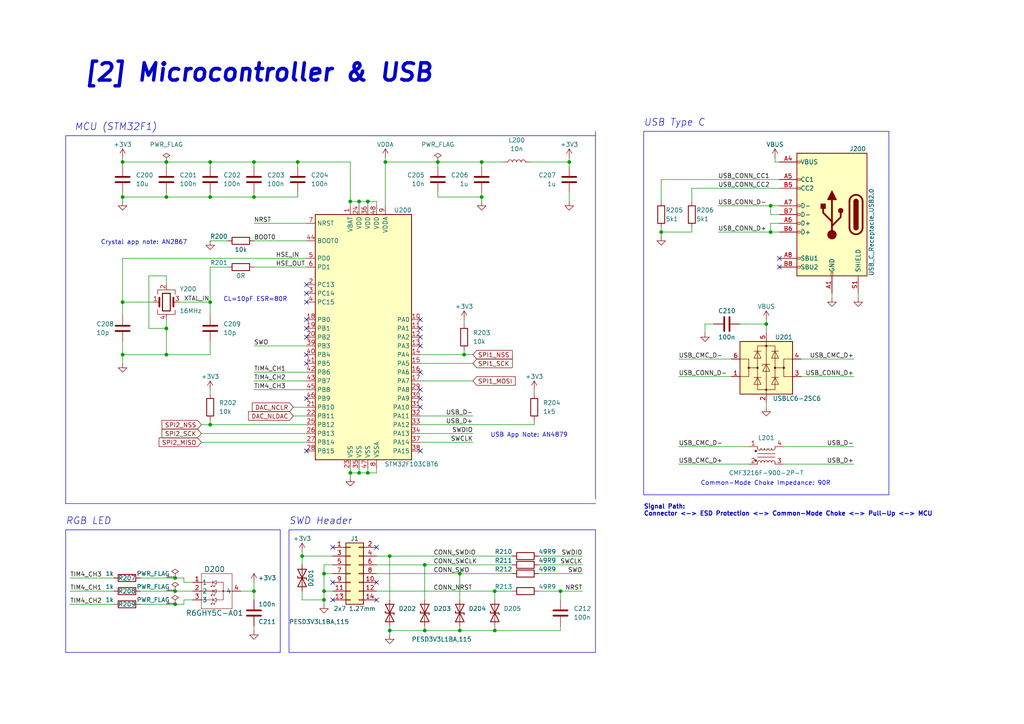
<source format=kicad_sch>
(kicad_sch (version 20230121) (generator eeschema)
  (paper "A4")
  (title_block (title "Mixed Signal PCB") (date "2024-04-14") (rev "1.0") (company "Ceyhun Pempeci"))
  (lib_symbols
    (symbol "+3V3_1" (power) (pin_names (offset 0))
      (property "Value" "+3V3_1" (at 0 3.556 0))
      (symbol "+3V3_1_1_1"
        (pin power_in line (at 0 0 90) (length 0) hide (name "+3V3") (number "1"))
      )
    )
    (symbol "+3V3_2" (power) (pin_names (offset 0))
      (property "Value" "+3V3_2" (at 0 3.556 0))
      (symbol "+3V3_2_1_1"
        (pin power_in line (at 0 0 90) (length 0) hide (name "+3V3") (number "1"))
      )
    )
    (symbol "+3V3_3" (power) (pin_names (offset 0))
      (property "Value" "+3V3_3" (at 0 3.556 0))
      (symbol "+3V3_3_1_1"
        (pin power_in line (at 0 0 90) (length 0) hide (name "+3V3") (number "1"))
      )
    )
    (symbol "+3V3_4" (power) (pin_names (offset 0))
      (property "Value" "+3V3_4" (at 0 3.556 0))
      (symbol "+3V3_4_1_1"
        (pin power_in line (at 0 0 90) (length 0) hide (name "+3V3") (number "1"))
      )
    )
    (symbol "+3V3_5" (power) (pin_names (offset 0))
      (property "Value" "+3V3_5" (at 0 3.556 0))
      (symbol "+3V3_5_1_1"
        (pin power_in line (at 0 0 90) (length 0) hide (name "+3V3") (number "1"))
      )
    )
    (symbol "+3V3_6" (power) (pin_names (offset 0))
      (property "Value" "+3V3_6" (at 0 3.556 0))
      (symbol "+3V3_6_1_1"
        (pin power_in line (at 0 0 90) (length 0) hide (name "+3V3") (number "1"))
      )
    )
    (symbol "Connector:USB_C_Receptacle_USB2.0" (pin_names (offset 1.016))
      (property "Reference" "J200" (at -5.08 19.05 0))
      (property "Value" "USB_C_Receptacle_USB2.0" (at -11.43 7.62 90))
      (symbol "USB_C_Receptacle_USB2.0_1_1"
        (pin power_out line (at 0 -22.86 90) (length 5.08) (name "GND") (number "A1"))
        (pin passive line (at 0 -22.86 90) (length 5.08) hide (name "GND") (number "A12"))
        (pin power_out line (at 15.24 15.24 180) (length 5.08) (name "VBUS") (number "A4"))
        (pin bidirectional line (at 15.24 10.16 180) (length 5.08) (name "CC1") (number "A5"))
        (pin bidirectional line (at 15.24 -2.54 180) (length 5.08) (name "D+") (number "A6"))
        (pin bidirectional line (at 15.24 2.54 180) (length 5.08) (name "D-") (number "A7"))
        (pin bidirectional line (at 15.24 -12.7 180) (length 5.08) (name "SBU1") (number "A8"))
        (pin passive line (at 15.24 15.24 180) (length 5.08) hide (name "VBUS") (number "A9"))
        (pin passive line (at 0 -22.86 90) (length 5.08) hide (name "GND") (number "B1"))
        (pin passive line (at 0 -22.86 90) (length 5.08) hide (name "GND") (number "B12"))
        (pin passive line (at 15.24 15.24 180) (length 5.08) hide (name "VBUS") (number "B4"))
        (pin bidirectional line (at 15.24 7.62 180) (length 5.08) (name "CC2") (number "B5"))
        (pin bidirectional line (at 15.24 -5.08 180) (length 5.08) (name "D+") (number "B6"))
        (pin bidirectional line (at 15.24 0 180) (length 5.08) (name "D-") (number "B7"))
        (pin bidirectional line (at 15.24 -15.24 180) (length 5.08) (name "SBU2") (number "B8"))
        (pin passive line (at 15.24 15.24 180) (length 5.08) hide (name "VBUS") (number "B9"))
        (pin passive line (at -7.62 -22.86 90) (length 5.08) (name "SHIELD") (number "S1"))
      )
    )
    (symbol "Connector_Generic:Conn_02x07_Odd_Even" (pin_names (offset 1.016) hide)
      (property "Reference" "J" (at 1.27 10.16 0))
      (property "Value" "Conn_02x07_Odd_Even" (at 1.27 -10.16 0))
      (symbol "Conn_02x07_Odd_Even_1_1"
        (pin passive line (at -5.08 7.62 0) (length 3.81) (name "Pin_1") (number "1"))
        (pin passive line (at 7.62 -2.54 180) (length 3.81) (name "Pin_10") (number "10"))
        (pin passive line (at -5.08 -5.08 0) (length 3.81) (name "Pin_11") (number "11"))
        (pin passive line (at 7.62 -5.08 180) (length 3.81) (name "Pin_12") (number "12"))
        (pin passive line (at -5.08 -7.62 0) (length 3.81) (name "Pin_13") (number "13"))
        (pin passive line (at 7.62 -7.62 180) (length 3.81) (name "Pin_14") (number "14"))
        (pin passive line (at 7.62 7.62 180) (length 3.81) (name "Pin_2") (number "2"))
        (pin passive line (at -5.08 5.08 0) (length 3.81) (name "Pin_3") (number "3"))
        (pin passive line (at 7.62 5.08 180) (length 3.81) (name "Pin_4") (number "4"))
        (pin passive line (at -5.08 2.54 0) (length 3.81) (name "Pin_5") (number "5"))
        (pin passive line (at 7.62 2.54 180) (length 3.81) (name "Pin_6") (number "6"))
        (pin passive line (at -5.08 0 0) (length 3.81) (name "Pin_7") (number "7"))
        (pin passive line (at 7.62 0 180) (length 3.81) (name "Pin_8") (number "8"))
        (pin passive line (at -5.08 -2.54 0) (length 3.81) (name "Pin_9") (number "9"))
      )
    )
    (symbol "Device:C" (pin_numbers hide) (pin_names (offset 0.254))
      (property "Reference" "C" (at 0.635 2.54 0))
      (property "Value" "C" (at 0.635 -2.54 0))
      (symbol "C_1_1"
        (pin passive line (at 0 3.81 270) (length 2.794) (name "~") (number "1"))
        (pin passive line (at 0 -3.81 90) (length 2.794) (name "~") (number "2"))
      )
    )
    (symbol "Device:Crystal_GND24" (pin_names (offset 1.016) hide)
      (property "Reference" "Y" (at 3.175 5.08 0))
      (property "Value" "Crystal_GND24" (at 3.175 3.175 0))
      (symbol "Crystal_GND24_1_1"
        (pin passive line (at -3.81 0 0) (length 1.27) (name "1") (number "1"))
        (pin passive line (at 0 5.08 270) (length 1.27) (name "2") (number "2"))
        (pin passive line (at 3.81 0 180) (length 1.27) (name "3") (number "3"))
        (pin passive line (at 0 -5.08 90) (length 1.27) (name "4") (number "4"))
      )
    )
    (symbol "Device:D_TVS" (pin_numbers hide) (pin_names (offset 1.016) hide)
      (property "Reference" "D" (at 0 2.54 0))
      (property "Value" "D_TVS" (at 0 -2.54 0))
      (symbol "D_TVS_1_1"
        (pin passive line (at -3.81 0 0) (length 2.54) (name "A1") (number "1"))
        (pin passive line (at 3.81 0 180) (length 2.54) (name "A2") (number "2"))
      )
    )
    (symbol "Device:EMI_Filter_LL_1423" (pin_names hide)
      (property "Reference" "FL" (at 0 4.445 0))
      (property "Value" "Device_EMI_Filter_LL_1423" (at 0 -4.445 0))
      (symbol "EMI_Filter_LL_1423_1_1"
        (pin passive line (at -5.08 -2.54 0) (length 2.54) (name "1") (number "1"))
        (pin passive line (at -5.08 2.54 0) (length 2.54) (name "2") (number "2"))
        (pin passive line (at 5.08 2.54 180) (length 2.54) (name "3") (number "3"))
        (pin passive line (at 5.08 -2.54 180) (length 2.54) (name "4") (number "4"))
      )
    )
    (symbol "Device:L" (pin_numbers hide) (pin_names (offset 1.016) hide)
      (property "Reference" "L" (at -1.27 0 90))
      (property "Value" "L" (at 1.905 0 90))
      (symbol "L_1_1"
        (pin passive line (at 0 3.81 270) (length 1.27) (name "1") (number "1"))
        (pin passive line (at 0 -3.81 90) (length 1.27) (name "2") (number "2"))
      )
    )
    (symbol "Device:R" (pin_numbers hide) (pin_names (offset 0))
      (property "Reference" "R" (at 2.032 0 90))
      (property "Value" "R" (at 0 0 90))
      (symbol "R_1_1"
        (pin passive line (at 0 3.81 270) (length 1.27) (name "~") (number "1"))
        (pin passive line (at 0 -3.81 90) (length 1.27) (name "~") (number "2"))
      )
    )
    (symbol "GND_1" (power) (pin_names (offset 0))
      (property "Value" "GND_1" (at 0 -3.81 0))
      (symbol "GND_1_1_1"
        (pin power_in line (at 0 0 270) (length 0) hide (name "GND") (number "1"))
      )
    )
    (symbol "GND_10" (power) (pin_names (offset 0))
      (property "Value" "GND_10" (at 0 -3.81 0))
      (symbol "GND_10_1_1"
        (pin power_in line (at 0 0 270) (length 0) hide (name "GND") (number "1"))
      )
    )
    (symbol "GND_11" (power) (pin_names (offset 0))
      (property "Value" "GND_11" (at 0 -3.81 0))
      (symbol "GND_11_1_1"
        (pin power_in line (at 0 0 270) (length 0) hide (name "GND") (number "1"))
      )
    )
    (symbol "GND_12" (power) (pin_names (offset 0))
      (property "Value" "GND_12" (at 0 -3.81 0))
      (symbol "GND_12_1_1"
        (pin power_in line (at 0 0 270) (length 0) hide (name "GND") (number "1"))
      )
    )
    (symbol "GND_2" (power) (pin_names (offset 0))
      (property "Value" "GND_2" (at 0 -3.81 0))
      (symbol "GND_2_1_1"
        (pin power_in line (at 0 0 270) (length 0) hide (name "GND") (number "1"))
      )
    )
    (symbol "GND_3" (power) (pin_names (offset 0))
      (property "Value" "GND_3" (at 0 -3.81 0))
      (symbol "GND_3_1_1"
        (pin power_in line (at 0 0 270) (length 0) hide (name "GND") (number "1"))
      )
    )
    (symbol "GND_4" (power) (pin_names (offset 0))
      (property "Value" "GND_4" (at 0 -3.81 0))
      (symbol "GND_4_1_1"
        (pin power_in line (at 0 0 270) (length 0) hide (name "GND") (number "1"))
      )
    )
    (symbol "GND_5" (power) (pin_names (offset 0))
      (property "Value" "GND_5" (at 0 -3.81 0))
      (symbol "GND_5_1_1"
        (pin power_in line (at 0 0 270) (length 0) hide (name "GND") (number "1"))
      )
    )
    (symbol "GND_6" (power) (pin_names (offset 0))
      (property "Value" "GND_6" (at 0 -3.81 0))
      (symbol "GND_6_1_1"
        (pin power_in line (at 0 0 270) (length 0) hide (name "GND") (number "1"))
      )
    )
    (symbol "GND_7" (power) (pin_names (offset 0))
      (property "Value" "GND_7" (at 0 -3.81 0))
      (symbol "GND_7_1_1"
        (pin power_in line (at 0 0 270) (length 0) hide (name "GND") (number "1"))
      )
    )
    (symbol "GND_8" (power) (pin_names (offset 0))
      (property "Value" "GND_8" (at 0 -3.81 0))
      (symbol "GND_8_1_1"
        (pin power_in line (at 0 0 270) (length 0) hide (name "GND") (number "1"))
      )
    )
    (symbol "GND_9" (power) (pin_names (offset 0))
      (property "Value" "GND_9" (at 0 -3.81 0))
      (symbol "GND_9_1_1"
        (pin power_in line (at 0 0 270) (length 0) hide (name "GND") (number "1"))
      )
    )
    (symbol "MCU_ST_STM32F1:STM32F103CBTx"
      (property "Reference" "U" (at -15.24 36.83 0))
      (property "Value" "STM32F103CBTx" (at 7.62 36.83 0))
      (symbol "STM32F103CBTx_1_1"
        (pin power_in line (at -5.08 38.1 270) (length 2.54) (name "VBAT") (number "1"))
        (pin bidirectional line (at 15.24 5.08 180) (length 2.54) (name "PA0") (number "10"))
        (pin bidirectional line (at 15.24 2.54 180) (length 2.54) (name "PA1") (number "11"))
        (pin bidirectional line (at 15.24 0 180) (length 2.54) (name "PA2") (number "12"))
        (pin bidirectional line (at 15.24 -2.54 180) (length 2.54) (name "PA3") (number "13"))
        (pin bidirectional line (at 15.24 -5.08 180) (length 2.54) (name "PA4") (number "14"))
        (pin bidirectional line (at 15.24 -7.62 180) (length 2.54) (name "PA5") (number "15"))
        (pin bidirectional line (at 15.24 -10.16 180) (length 2.54) (name "PA6") (number "16"))
        (pin bidirectional line (at 15.24 -12.7 180) (length 2.54) (name "PA7") (number "17"))
        (pin bidirectional line (at -17.78 5.08 0) (length 2.54) (name "PB0") (number "18"))
        (pin bidirectional line (at -17.78 2.54 0) (length 2.54) (name "PB1") (number "19"))
        (pin bidirectional line (at -17.78 15.24 0) (length 2.54) (name "PC13") (number "2"))
        (pin bidirectional line (at -17.78 0 0) (length 2.54) (name "PB2") (number "20"))
        (pin bidirectional line (at -17.78 -20.32 0) (length 2.54) (name "PB10") (number "21"))
        (pin bidirectional line (at -17.78 -22.86 0) (length 2.54) (name "PB11") (number "22"))
        (pin power_in line (at -5.08 -38.1 90) (length 2.54) (name "VSS") (number "23"))
        (pin power_in line (at -2.54 38.1 270) (length 2.54) (name "VDD") (number "24"))
        (pin bidirectional line (at -17.78 -25.4 0) (length 2.54) (name "PB12") (number "25"))
        (pin bidirectional line (at -17.78 -27.94 0) (length 2.54) (name "PB13") (number "26"))
        (pin bidirectional line (at -17.78 -30.48 0) (length 2.54) (name "PB14") (number "27"))
        (pin bidirectional line (at -17.78 -33.02 0) (length 2.54) (name "PB15") (number "28"))
        (pin bidirectional line (at 15.24 -15.24 180) (length 2.54) (name "PA8") (number "29"))
        (pin bidirectional line (at -17.78 12.7 0) (length 2.54) (name "PC14") (number "3"))
        (pin bidirectional line (at 15.24 -17.78 180) (length 2.54) (name "PA9") (number "30"))
        (pin bidirectional line (at 15.24 -20.32 180) (length 2.54) (name "PA10") (number "31"))
        (pin bidirectional line (at 15.24 -22.86 180) (length 2.54) (name "PA11") (number "32"))
        (pin bidirectional line (at 15.24 -25.4 180) (length 2.54) (name "PA12") (number "33"))
        (pin bidirectional line (at 15.24 -27.94 180) (length 2.54) (name "PA13") (number "34"))
        (pin power_in line (at -2.54 -38.1 90) (length 2.54) (name "VSS") (number "35"))
        (pin power_in line (at 0 38.1 270) (length 2.54) (name "VDD") (number "36"))
        (pin bidirectional line (at 15.24 -30.48 180) (length 2.54) (name "PA14") (number "37"))
        (pin bidirectional line (at 15.24 -33.02 180) (length 2.54) (name "PA15") (number "38"))
        (pin bidirectional line (at -17.78 -2.54 0) (length 2.54) (name "PB3") (number "39"))
        (pin bidirectional line (at -17.78 10.16 0) (length 2.54) (name "PC15") (number "4"))
        (pin bidirectional line (at -17.78 -5.08 0) (length 2.54) (name "PB4") (number "40"))
        (pin bidirectional line (at -17.78 -7.62 0) (length 2.54) (name "PB5") (number "41"))
        (pin bidirectional line (at -17.78 -10.16 0) (length 2.54) (name "PB6") (number "42"))
        (pin bidirectional line (at -17.78 -12.7 0) (length 2.54) (name "PB7") (number "43"))
        (pin input line (at -17.78 27.94 0) (length 2.54) (name "BOOT0") (number "44"))
        (pin bidirectional line (at -17.78 -15.24 0) (length 2.54) (name "PB8") (number "45"))
        (pin bidirectional line (at -17.78 -17.78 0) (length 2.54) (name "PB9") (number "46"))
        (pin power_in line (at 0 -38.1 90) (length 2.54) (name "VSS") (number "47"))
        (pin power_in line (at 2.54 38.1 270) (length 2.54) (name "VDD") (number "48"))
        (pin input line (at -17.78 22.86 0) (length 2.54) (name "PD0") (number "5"))
        (pin input line (at -17.78 20.32 0) (length 2.54) (name "PD1") (number "6"))
        (pin input line (at -17.78 33.02 0) (length 2.54) (name "NRST") (number "7"))
        (pin power_in line (at 2.54 -38.1 90) (length 2.54) (name "VSSA") (number "8"))
        (pin power_in line (at 5.08 38.1 270) (length 2.54) (name "VDDA") (number "9"))
      )
    )
    (symbol "Power_Protection:USBLC6-2SC6" (pin_names hide)
      (property "Reference" "U" (at 2.54 8.89 0))
      (property "Value" "USBLC6-2SC6" (at 2.54 -8.89 0))
      (symbol "USBLC6-2SC6_1_1"
        (pin passive line (at -10.16 -2.54 0) (length 2.54) (name "I/O1") (number "1"))
        (pin passive line (at 0 -10.16 90) (length 2.54) (name "GND") (number "2"))
        (pin passive line (at 10.16 -2.54 180) (length 2.54) (name "I/O2") (number "3"))
        (pin passive line (at 10.16 2.54 180) (length 2.54) (name "I/O2") (number "4"))
        (pin passive line (at 0 10.16 270) (length 2.54) (name "VBUS") (number "5"))
        (pin passive line (at -10.16 2.54 0) (length 2.54) (name "I/O1") (number "6"))
      )
    )
    (symbol "VBUS_1" (power) (pin_names (offset 0))
      (property "Value" "VBUS_1" (at 0 3.81 0))
      (symbol "VBUS_1_1_1"
        (pin power_in line (at 0 0 90) (length 0) hide (name "VBUS") (number "1"))
      )
    )
    (symbol "ceyhun:R6GHY5C-A01" (pin_names (offset 0.254))
      (property "Reference" "RGB-LED" (at 21.59 3.81 0))
      (property "Value" "R6GHY5C-A01" (at 21.59 -8.89 0))
      (symbol "R6GHY5C-A01_0_1"
        (pin passive line (at 27.94 -5.08 180) (length 2.54) (name "1") (number "1"))
        (pin passive line (at 27.94 -2.54 180) (length 2.54) (name "2") (number "2"))
        (pin passive line (at 27.94 0 180) (length 2.54) (name "3") (number "3"))
      )
      (symbol "R6GHY5C-A01_1_1"
        (pin passive line (at 13.97 -2.54 0) (length 2.54) (name "4") (number "4"))
      )
    )
    (symbol "power:+3V3" (power) (pin_names (offset 0))
      (property "Value" "+3V3" (at 0 3.556 0))
      (symbol "+3V3_1_1"
        (pin power_in line (at 0 0 90) (length 0) hide (name "+3V3") (number "1"))
      )
    )
    (symbol "power:GND" (power) (pin_names (offset 0))
      (property "Value" "GND" (at 0 -3.81 0))
      (symbol "GND_1_1"
        (pin power_in line (at 0 0 270) (length 0) hide (name "GND") (number "1"))
      )
    )
    (symbol "power:PWR_FLAG" (power) (pin_numbers hide) (pin_names (offset 0) hide)
      (property "Value" "PWR_FLAG" (at 0 3.81 0))
      (symbol "PWR_FLAG_0_0"
        (pin power_out line (at 0 0 90) (length 0) (name "pwr") (number "1"))
      )
    )
    (symbol "power:VBUS" (power) (pin_names (offset 0))
      (property "Value" "VBUS" (at 0 3.81 0))
      (symbol "VBUS_1_1"
        (pin power_in line (at 0 0 90) (length 0) hide (name "VBUS") (number "1"))
      )
    )
    (symbol "power:VDDA" (power) (pin_names (offset 0))
      (property "Value" "VDDA" (at 0 3.81 0))
      (symbol "VDDA_1_1"
        (pin power_in line (at 0 0 90) (length 0) hide (name "VDDA") (number "1"))
      )
    )
  )
  (junction (at 48.26 46.99))
  (junction (at 48.26 57.15))
  (junction (at 139.7 46.99))
  (junction (at 139.7 57.15))
  (junction (at 35.56 102.87))
  (junction (at 165.1 46.99))
  (junction (at 133.35 166.37))
  (junction (at 50.8 175.26))
  (junction (at 143.51 182.88))
  (junction (at 50.8 171.45))
  (junction (at 191.77 67.31))
  (junction (at 123.19 182.88))
  (junction (at 143.51 171.45))
  (junction (at 223.52 67.31))
  (junction (at 93.98 171.45))
  (junction (at 35.56 87.63))
  (junction (at 48.26 95.25))
  (junction (at 101.6 58.42))
  (junction (at 87.63 161.29))
  (junction (at 104.14 58.42))
  (junction (at 86.36 46.99))
  (junction (at 60.96 87.63))
  (junction (at 60.96 46.99))
  (junction (at 35.56 46.99))
  (junction (at 73.66 171.45))
  (junction (at 222.25 93.98))
  (junction (at 35.56 57.15))
  (junction (at 127 46.99))
  (junction (at 123.19 163.83))
  (junction (at 48.26 102.87))
  (junction (at 73.66 46.99))
  (junction (at 223.52 59.69))
  (junction (at 134.62 102.87))
  (junction (at 73.66 57.15))
  (junction (at 113.03 182.88))
  (junction (at 111.76 46.99))
  (junction (at 50.8 167.64))
  (junction (at 104.14 137.16))
  (junction (at 133.35 182.88))
  (junction (at 60.96 123.19))
  (junction (at 101.6 137.16))
  (junction (at 162.56 171.45))
  (junction (at 106.68 137.16))
  (junction (at 113.03 161.29))
  (junction (at 106.68 58.42))
  (junction (at 93.98 173.99))
  (junction (at 60.96 57.15))
  (junction (at 93.98 166.37))
  (no_connect (at 88.9 95.25))
  (no_connect (at 88.9 92.71))
  (no_connect (at 109.22 168.91))
  (no_connect (at 121.92 115.57))
  (no_connect (at 96.52 158.75))
  (no_connect (at 88.9 82.55))
  (no_connect (at 121.92 118.11))
  (no_connect (at 121.92 97.79))
  (no_connect (at 121.92 130.81))
  (no_connect (at 121.92 113.03))
  (no_connect (at 121.92 107.95))
  (no_connect (at 109.22 173.99))
  (no_connect (at 88.9 130.81))
  (no_connect (at 121.92 92.71))
  (no_connect (at 226.06 77.47))
  (no_connect (at 88.9 102.87))
  (no_connect (at 121.92 100.33))
  (no_connect (at 88.9 105.41))
  (no_connect (at 109.22 158.75))
  (no_connect (at 121.92 95.25))
  (no_connect (at 88.9 97.79))
  (no_connect (at 96.52 173.99))
  (no_connect (at 88.9 85.09))
  (no_connect (at 96.52 168.91))
  (no_connect (at 88.9 87.63))
  (no_connect (at 88.9 115.57))
  (no_connect (at 226.06 74.93))
  (wire (pts (xy 222.25 93.98) (xy 222.25 92.71)))
  (polyline (pts (xy 81.28 153.67) (xy 81.28 189.23)))
  (wire (pts (xy 86.36 57.15) (xy 86.36 55.88)))
  (wire (pts (xy 35.56 74.93) (xy 88.9 74.93)))
  (wire (pts (xy 93.98 173.99) (xy 87.63 173.99)))
  (wire (pts (xy 208.28 59.69) (xy 223.52 59.69)))
  (wire (pts (xy 222.25 118.11) (xy 222.25 116.84)))
  (wire (pts (xy 73.66 57.15) (xy 86.36 57.15)))
  (wire (pts (xy 162.56 181.61) (xy 162.56 182.88)))
  (wire (pts (xy 247.65 109.22) (xy 232.41 109.22)))
  (wire (pts (xy 191.77 68.58) (xy 191.77 67.31)))
  (wire (pts (xy 127 46.99) (xy 111.76 46.99)))
  (wire (pts (xy 104.14 58.42) (xy 106.68 58.42)))
  (wire (pts (xy 204.47 93.98) (xy 207.01 93.98)))
  (wire (pts (xy 143.51 182.88) (xy 143.51 181.61)))
  (wire (pts (xy 73.66 182.88) (xy 73.66 181.61)))
  (wire (pts (xy 139.7 48.26) (xy 139.7 46.99)))
  (wire (pts (xy 48.26 46.99) (xy 35.56 46.99)))
  (wire (pts (xy 133.35 182.88) (xy 143.51 182.88)))
  (wire (pts (xy 137.16 110.49) (xy 121.92 110.49)))
  (wire (pts (xy 224.79 45.72) (xy 224.79 46.99)))
  (wire (pts (xy 60.96 48.26) (xy 60.96 46.99)))
  (wire (pts (xy 48.26 95.25) (xy 48.26 102.87)))
  (wire (pts (xy 191.77 52.07) (xy 226.06 52.07)))
  (wire (pts (xy 73.66 55.88) (xy 73.66 57.15)))
  (wire (pts (xy 73.66 171.45) (xy 73.66 173.99)))
  (wire (pts (xy 200.66 67.31) (xy 200.66 66.04)))
  (wire (pts (xy 162.56 171.45) (xy 168.91 171.45)))
  (wire (pts (xy 87.63 160.02) (xy 87.63 161.29)))
  (wire (pts (xy 43.18 80.01) (xy 43.18 95.25)))
  (wire (pts (xy 139.7 55.88) (xy 139.7 57.15)))
  (wire (pts (xy 191.77 67.31) (xy 191.77 66.04)))
  (polyline (pts (xy 186.69 38.1) (xy 186.69 143.51)))
  (wire (pts (xy 123.19 173.99) (xy 123.19 163.83)))
  (wire (pts (xy 196.85 109.22) (xy 212.09 109.22)))
  (wire (pts (xy 55.88 168.91) (xy 53.34 168.91)))
  (wire (pts (xy 48.26 80.01) (xy 43.18 80.01)))
  (wire (pts (xy 96.52 171.45) (xy 93.98 171.45)))
  (polyline (pts (xy 172.72 153.67) (xy 83.82 153.67)))
  (wire (pts (xy 196.85 134.62) (xy 217.17 134.62)))
  (wire (pts (xy 156.21 163.83) (xy 168.91 163.83)))
  (wire (pts (xy 48.26 57.15) (xy 60.96 57.15)))
  (polyline (pts (xy 186.69 143.51) (xy 257.81 143.51)))
  (wire (pts (xy 33.02 175.26) (xy 20.32 175.26)))
  (wire (pts (xy 113.03 173.99) (xy 113.03 161.29)))
  (wire (pts (xy 223.52 67.31) (xy 208.28 67.31)))
  (wire (pts (xy 35.56 102.87) (xy 35.56 99.06)))
  (wire (pts (xy 60.96 121.92) (xy 60.96 123.19)))
  (wire (pts (xy 60.96 102.87) (xy 60.96 99.06)))
  (wire (pts (xy 165.1 45.72) (xy 165.1 46.99)))
  (wire (pts (xy 113.03 184.15) (xy 113.03 182.88)))
  (wire (pts (xy 137.16 125.73) (xy 121.92 125.73)))
  (polyline (pts (xy 172.72 189.23) (xy 172.72 153.67)))
  (wire (pts (xy 60.96 57.15) (xy 73.66 57.15)))
  (wire (pts (xy 196.85 104.14) (xy 212.09 104.14)))
  (wire (pts (xy 53.34 173.99) (xy 53.34 175.26)))
  (wire (pts (xy 162.56 173.99) (xy 162.56 171.45)))
  (polyline (pts (xy 83.82 153.67) (xy 83.82 189.23)))
  (wire (pts (xy 214.63 93.98) (xy 222.25 93.98)))
  (wire (pts (xy 35.56 46.99) (xy 35.56 48.26)))
  (wire (pts (xy 50.8 171.45) (xy 40.64 171.45)))
  (wire (pts (xy 154.94 123.19) (xy 154.94 121.92)))
  (wire (pts (xy 247.65 134.62) (xy 227.33 134.62)))
  (wire (pts (xy 33.02 167.64) (xy 20.32 167.64)))
  (wire (pts (xy 109.22 161.29) (xy 113.03 161.29)))
  (polyline (pts (xy 186.69 38.1) (xy 257.81 38.1)))
  (wire (pts (xy 247.65 104.14) (xy 232.41 104.14)))
  (wire (pts (xy 121.92 120.65) (xy 137.16 120.65)))
  (wire (pts (xy 73.66 110.49) (xy 88.9 110.49)))
  (wire (pts (xy 58.42 128.27) (xy 88.9 128.27)))
  (wire (pts (xy 109.22 163.83) (xy 123.19 163.83)))
  (wire (pts (xy 223.52 59.69) (xy 226.06 59.69)))
  (wire (pts (xy 154.94 123.19) (xy 121.92 123.19)))
  (wire (pts (xy 48.26 92.71) (xy 48.26 95.25)))
  (wire (pts (xy 109.22 166.37) (xy 133.35 166.37)))
  (polyline (pts (xy 172.72 38.1) (xy 172.72 144.78)))
  (polyline (pts (xy 19.05 153.67) (xy 81.28 153.67)))
  (wire (pts (xy 247.65 129.54) (xy 227.33 129.54)))
  (wire (pts (xy 86.36 48.26) (xy 86.36 46.99)))
  (wire (pts (xy 113.03 161.29) (xy 148.59 161.29)))
  (wire (pts (xy 123.19 181.61) (xy 123.19 182.88)))
  (wire (pts (xy 55.88 173.99) (xy 53.34 173.99)))
  (wire (pts (xy 165.1 55.88) (xy 165.1 58.42)))
  (wire (pts (xy 143.51 173.99) (xy 143.51 171.45)))
  (wire (pts (xy 43.18 95.25) (xy 48.26 95.25)))
  (wire (pts (xy 226.06 64.77) (xy 223.52 64.77)))
  (wire (pts (xy 133.35 181.61) (xy 133.35 182.88)))
  (wire (pts (xy 35.56 58.42) (xy 35.56 57.15)))
  (polyline (pts (xy 19.05 146.05) (xy 172.72 146.05)))
  (polyline (pts (xy 257.81 38.1) (xy 257.81 143.51)))
  (wire (pts (xy 168.91 161.29) (xy 156.21 161.29)))
  (wire (pts (xy 60.96 46.99) (xy 48.26 46.99)))
  (wire (pts (xy 60.96 123.19) (xy 88.9 123.19)))
  (wire (pts (xy 154.94 113.03) (xy 154.94 114.3)))
  (wire (pts (xy 35.56 102.87) (xy 48.26 102.87)))
  (wire (pts (xy 101.6 58.42) (xy 104.14 58.42)))
  (wire (pts (xy 123.19 182.88) (xy 133.35 182.88)))
  (wire (pts (xy 86.36 46.99) (xy 73.66 46.99)))
  (wire (pts (xy 224.79 46.99) (xy 226.06 46.99)))
  (wire (pts (xy 200.66 58.42) (xy 200.66 54.61)))
  (wire (pts (xy 58.42 123.19) (xy 60.96 123.19)))
  (wire (pts (xy 35.56 105.41) (xy 35.56 102.87)))
  (wire (pts (xy 134.62 102.87) (xy 137.16 102.87)))
  (wire (pts (xy 127 48.26) (xy 127 46.99)))
  (wire (pts (xy 35.56 87.63) (xy 44.45 87.63)))
  (wire (pts (xy 40.64 175.26) (xy 50.8 175.26)))
  (wire (pts (xy 146.05 46.99) (xy 139.7 46.99)))
  (wire (pts (xy 127 46.99) (xy 139.7 46.99)))
  (wire (pts (xy 106.68 58.42) (xy 109.22 58.42)))
  (wire (pts (xy 204.47 96.52) (xy 204.47 93.98)))
  (wire (pts (xy 134.62 101.6) (xy 134.62 102.87)))
  (wire (pts (xy 104.14 59.69) (xy 104.14 58.42)))
  (wire (pts (xy 35.56 46.99) (xy 35.56 45.72)))
  (wire (pts (xy 153.67 46.99) (xy 165.1 46.99)))
  (wire (pts (xy 101.6 46.99) (xy 101.6 58.42)))
  (wire (pts (xy 241.3 86.36) (xy 241.3 85.09)))
  (wire (pts (xy 223.52 62.23) (xy 223.52 59.69)))
  (wire (pts (xy 133.35 166.37) (xy 148.59 166.37)))
  (wire (pts (xy 93.98 166.37) (xy 93.98 163.83)))
  (wire (pts (xy 123.19 163.83) (xy 148.59 163.83)))
  (wire (pts (xy 48.26 55.88) (xy 48.26 57.15)))
  (wire (pts (xy 60.96 91.44) (xy 60.96 87.63)))
  (wire (pts (xy 48.26 102.87) (xy 60.96 102.87)))
  (wire (pts (xy 104.14 137.16) (xy 106.68 137.16)))
  (wire (pts (xy 101.6 138.43) (xy 101.6 137.16)))
  (wire (pts (xy 88.9 113.03) (xy 73.66 113.03)))
  (polyline (pts (xy 19.05 189.23) (xy 19.05 153.67)))
  (wire (pts (xy 223.52 67.31) (xy 226.06 67.31)))
  (polyline (pts (xy 19.05 39.37) (xy 172.72 39.37)))
  (wire (pts (xy 127 57.15) (xy 127 55.88)))
  (wire (pts (xy 35.56 57.15) (xy 48.26 57.15)))
  (wire (pts (xy 101.6 137.16) (xy 101.6 135.89)))
  (wire (pts (xy 191.77 58.42) (xy 191.77 52.07)))
  (wire (pts (xy 109.22 137.16) (xy 109.22 135.89)))
  (wire (pts (xy 85.09 118.11) (xy 88.9 118.11)))
  (wire (pts (xy 156.21 171.45) (xy 162.56 171.45)))
  (wire (pts (xy 109.22 171.45) (xy 143.51 171.45)))
  (wire (pts (xy 226.06 62.23) (xy 223.52 62.23)))
  (wire (pts (xy 40.64 167.64) (xy 50.8 167.64)))
  (wire (pts (xy 60.96 87.63) (xy 52.07 87.63)))
  (wire (pts (xy 73.66 168.91) (xy 73.66 171.45)))
  (wire (pts (xy 106.68 137.16) (xy 109.22 137.16)))
  (wire (pts (xy 73.66 48.26) (xy 73.66 46.99)))
  (polyline (pts (xy 19.05 39.37) (xy 19.05 146.05)))
  (wire (pts (xy 104.14 135.89) (xy 104.14 137.16)))
  (wire (pts (xy 73.66 64.77) (xy 88.9 64.77)))
  (wire (pts (xy 101.6 137.16) (xy 104.14 137.16)))
  (wire (pts (xy 106.68 59.69) (xy 106.68 58.42)))
  (polyline (pts (xy 19.05 189.23) (xy 81.28 189.23)))
  (wire (pts (xy 87.63 173.99) (xy 87.63 171.45)))
  (wire (pts (xy 121.92 102.87) (xy 134.62 102.87)))
  (wire (pts (xy 66.04 77.47) (xy 60.96 77.47)))
  (wire (pts (xy 48.26 82.55) (xy 48.26 80.01)))
  (wire (pts (xy 137.16 128.27) (xy 121.92 128.27)))
  (wire (pts (xy 133.35 173.99) (xy 133.35 166.37)))
  (wire (pts (xy 50.8 175.26) (xy 53.34 175.26)))
  (wire (pts (xy 93.98 173.99) (xy 93.98 175.26)))
  (wire (pts (xy 113.03 182.88) (xy 123.19 182.88)))
  (wire (pts (xy 191.77 67.31) (xy 200.66 67.31)))
  (wire (pts (xy 35.56 74.93) (xy 35.56 87.63)))
  (wire (pts (xy 73.66 77.47) (xy 88.9 77.47)))
  (wire (pts (xy 165.1 46.99) (xy 165.1 48.26)))
  (wire (pts (xy 93.98 171.45) (xy 93.98 173.99)))
  (wire (pts (xy 143.51 182.88) (xy 162.56 182.88)))
  (wire (pts (xy 96.52 161.29) (xy 87.63 161.29)))
  (wire (pts (xy 60.96 113.03) (xy 60.96 114.3)))
  (wire (pts (xy 109.22 59.69) (xy 109.22 58.42)))
  (wire (pts (xy 113.03 182.88) (xy 113.03 181.61)))
  (wire (pts (xy 87.63 161.29) (xy 87.63 163.83)))
  (wire (pts (xy 53.34 168.91) (xy 53.34 167.64)))
  (wire (pts (xy 222.25 93.98) (xy 222.25 96.52)))
  (wire (pts (xy 58.42 125.73) (xy 88.9 125.73)))
  (wire (pts (xy 200.66 54.61) (xy 226.06 54.61)))
  (wire (pts (xy 121.92 105.41) (xy 137.16 105.41)))
  (wire (pts (xy 60.96 77.47) (xy 60.96 87.63)))
  (wire (pts (xy 73.66 100.33) (xy 88.9 100.33)))
  (wire (pts (xy 48.26 48.26) (xy 48.26 46.99)))
  (wire (pts (xy 69.85 171.45) (xy 73.66 171.45)))
  (wire (pts (xy 50.8 171.45) (xy 55.88 171.45)))
  (wire (pts (xy 20.32 171.45) (xy 33.02 171.45)))
  (wire (pts (xy 101.6 58.42) (xy 101.6 59.69)))
  (wire (pts (xy 106.68 135.89) (xy 106.68 137.16)))
  (wire (pts (xy 60.96 69.85) (xy 66.04 69.85)))
  (wire (pts (xy 35.56 91.44) (xy 35.56 87.63)))
  (wire (pts (xy 96.52 166.37) (xy 93.98 166.37)))
  (wire (pts (xy 73.66 69.85) (xy 88.9 69.85)))
  (wire (pts (xy 60.96 55.88) (xy 60.96 57.15)))
  (wire (pts (xy 111.76 45.72) (xy 111.76 46.99)))
  (wire (pts (xy 86.36 46.99) (xy 101.6 46.99)))
  (wire (pts (xy 223.52 64.77) (xy 223.52 67.31)))
  (wire (pts (xy 111.76 46.99) (xy 111.76 59.69)))
  (wire (pts (xy 168.91 166.37) (xy 156.21 166.37)))
  (wire (pts (xy 88.9 107.95) (xy 73.66 107.95)))
  (wire (pts (xy 93.98 171.45) (xy 93.98 166.37)))
  (wire (pts (xy 143.51 171.45) (xy 148.59 171.45)))
  (wire (pts (xy 35.56 57.15) (xy 35.56 55.88)))
  (wire (pts (xy 85.09 120.65) (xy 88.9 120.65)))
  (wire (pts (xy 139.7 58.42) (xy 139.7 57.15)))
  (wire (pts (xy 53.34 167.64) (xy 50.8 167.64)))
  (wire (pts (xy 73.66 46.99) (xy 60.96 46.99)))
  (wire (pts (xy 196.85 129.54) (xy 217.17 129.54)))
  (wire (pts (xy 248.92 86.36) (xy 248.92 85.09)))
  (wire (pts (xy 134.62 92.71) (xy 134.62 93.98)))
  (polyline (pts (xy 83.82 189.23) (xy 172.72 189.23)))
  (wire (pts (xy 93.98 163.83) (xy 96.52 163.83)))
  (wire (pts (xy 139.7 57.15) (xy 127 57.15)))
  (text "Signal Path:\nConnector <-> ESD Protection <-> Common-Mode Choke <-> Pull-Up <-> MCU\n" (at 186.69 149.86 0) (effects (font (size 1.27 1.27) (thickness 0.254) bold) (justify left bottom)))
  (text "RGB LED" (at 19.05 152.4 0) (effects (font (size 2.0066 2.0066) italic) (justify left bottom)))
  (text "Crystal app note: AN2867" (at 29.21 71.12 0) (effects (font (size 1.27 1.27)) (justify left bottom)))
  (text "SWD Header" (at 83.82 152.4 0) (effects (font (size 2.0066 2.0066) italic) (justify left bottom)))
  (text "USB App Note: AN4879" (at 142.24 127 0) (effects (font (size 1.27 1.27)) (justify left bottom)))
  (text "Common-Mode Choke Impedance: 90R" (at 203.2 140.97 0) (effects (font (size 1.27 1.27)) (justify left bottom)))
  (text "[2] Microcontroller & USB" (at 24.13 24.13 0) (effects (font (size 5.0038 5.0038) (thickness 1.0008) bold italic) (justify left bottom)))
  (text "CL=10pF ESR=80R" (at 64.77 87.63 0) (effects (font (size 1.27 1.27)) (justify left bottom)))
  (text "MCU (STM32F1)" (at 21.59 38.1 0) (effects (font (size 2.0066 2.0066) italic) (justify left bottom)))
  (text "USB Type C" (at 186.69 36.83 0) (effects (font (size 2.0066 2.0066) italic) (justify left bottom)))
  (label "USB_CONN_CC1" (at 208.28 52.07 0))
  (label "TIM4_CH2" (at 20.32 175.26 0))
  (label "HSE_IN" (at 80.01 74.93 0))
  (label "USB_D-" (at 247.65 129.54 180))
  (label "SWDIO" (at 137.16 125.73 180))
  (label "USB_CONN_D-" (at 196.85 109.22 0))
  (label "SWCLK" (at 137.16 128.27 180))
  (label "BOOT0" (at 73.66 69.85 0))
  (label "USB_D+" (at 137.16 123.19 180))
  (label "USB_CONN_CC2" (at 208.28 54.61 0))
  (label "USB_CMC_D-" (at 196.85 104.14 0))
  (label "SWCLK" (at 168.91 163.83 180))
  (label "TIM4_CH2" (at 73.66 110.49 0))
  (label "USB_D-" (at 137.16 120.65 180))
  (label "TIM4_CH1" (at 73.66 107.95 0))
  (label "USB_CONN_D+" (at 208.28 67.31 0))
  (label "TIM4_CH3" (at 20.32 167.64 0))
  (label "TIM4_CH1" (at 20.32 171.45 0))
  (label "CONN_NRST" (at 125.73 171.45 0))
  (label "XTAL_IN" (at 53.34 87.63 0))
  (label "USB_CMC_D-" (at 196.85 129.54 0))
  (label "USB_CONN_D-" (at 208.28 59.69 0))
  (label "HSE_OUT" (at 80.01 77.47 0))
  (label "SWDIO" (at 168.91 161.29 180))
  (label "USB_D+" (at 247.65 134.62 180))
  (label "SWO" (at 73.66 100.33 0))
  (label "CONN_SWCLK" (at 125.73 163.83 0))
  (label "NRST" (at 73.66 64.77 0))
  (label "USB_CMC_D+" (at 247.65 104.14 180))
  (label "LED_Y_K" (at 48.26 175.26 0) (effects (font (size 0.3302 0.3302))))
  (label "USB_CONN_D+" (at 247.65 109.22 180))
  (label "TIM4_CH3" (at 73.66 113.03 0))
  (label "USB_CMC_D+" (at 196.85 134.62 0))
  (label "SWO" (at 168.91 166.37 180))
  (label "LED_R_K" (at 48.26 167.64 0) (effects (font (size 0.3302 0.3302))))
  (label "CONN_SWO" (at 125.73 166.37 0))
  (label "LED_G_K" (at 48.26 171.45 0) (effects (font (size 0.3302 0.3302))))
  (label "NRST" (at 168.91 171.45 180))
  (label "CONN_SWDIO" (at 125.73 161.29 0))
  (global_label "DAC_NCLR" (shape input) (at 85.09 118.11 180) (property "Intersheetrefs" "${INTERSHEET_REFS}" (effects hide)))
  (global_label "SPI1_MOSI" (shape input) (at 137.16 110.49 0) (property "Intersheetrefs" "${INTERSHEET_REFS}" (effects hide)))
  (global_label "SPI2_NSS" (shape input) (at 58.42 123.19 180) (property "Intersheetrefs" "${INTERSHEET_REFS}" (effects hide)))
  (global_label "SPI1_SCK" (shape input) (at 137.16 105.41 0) (property "Intersheetrefs" "${INTERSHEET_REFS}" (effects hide)))
  (global_label "SPI1_NSS" (shape input) (at 137.16 102.87 0) (property "Intersheetrefs" "${INTERSHEET_REFS}" (effects hide)))
  (global_label "DAC_NLDAC" (shape input) (at 85.09 120.65 180) (property "Intersheetrefs" "${INTERSHEET_REFS}" (effects hide)))
  (global_label "SPI2_MISO" (shape input) (at 58.42 128.27 180) (property "Intersheetrefs" "${INTERSHEET_REFS}" (effects hide)))
  (global_label "SPI2_SCK" (shape input) (at 58.42 125.73 180) (property "Intersheetrefs" "${INTERSHEET_REFS}" (effects hide)))
  (symbol (lib_id "power:+3V3") (at 35.56 45.72 0) (unit 1)
    (property "Reference" "#PWR017" (effects hide))
    (property "Value" "+3V3" (at 35.56 41.91 0))
  )
  (symbol (lib_id "Device:Crystal_GND24") (at 48.26 87.63 0) (unit 1)
    (property "Reference" "Y200" (at 52.07 83.82 0) (effects (justify left)))
    (property "Value" "16MHz" (at 52.07 90.17 0) (effects (justify left)))
    (property "Footprint" "Crystal:Crystal_SMD_3225-4Pin_3.2x2.5mm" (effects hide))
    (property "LCSC" "C13738" (effects hide))
  )
  (symbol (lib_id "Device:R") (at 69.85 77.47 270) (unit 1)
    (property "Reference" "R201" (at 63.5 76.2 90))
    (property "Value" "0R" (at 69.85 80.01 90))
    (property "Footprint" "Resistor_SMD:R_0402_1005Metric" (effects hide))
    (property "LCSC" "C17168" (effects hide))
  )
  (symbol (lib_id "Device:C") (at 60.96 95.25 0) (unit 1)
    (property "Reference" "C209" (at 64.77 93.98 0) (effects (justify left)))
    (property "Value" "10p" (at 64.77 96.52 0) (effects (justify left)))
    (property "Footprint" "Capacitor_SMD:C_0402_1005Metric" (effects hide))
    (property "LCSC" "C32949" (effects hide))
  )
  (symbol (lib_id "Device:C") (at 35.56 95.25 0) (unit 1)
    (property "Reference" "C208" (at 27.94 93.98 0) (effects (justify left)))
    (property "Value" "10p" (at 27.94 96.52 0) (effects (justify left)))
    (property "Footprint" "Capacitor_SMD:C_0402_1005Metric" (effects hide))
    (property "LCSC" "C32949" (effects hide))
  )
  (symbol (lib_id "power:GND") (at 35.56 105.41 0) (unit 1)
    (property "Reference" "#PWR030" (effects hide))
    (property "Value" "GND" (effects hide))
  )
  (symbol (lib_id "Device:C") (at 86.36 52.07 0) (unit 1)
    (property "Reference" "C204" (at 90.17 50.8 0) (effects (justify left)))
    (property "Value" "100n" (at 90.17 53.34 0) (effects (justify left)))
    (property "Footprint" "Capacitor_SMD:C_0402_1005Metric" (effects hide))
    (property "LCSC" "C1525" (effects hide))
  )
  (symbol (lib_name "GND_12") (lib_id "power:GND") (at 35.56 58.42 0) (unit 1)
    (property "Reference" "#PWR021" (effects hide))
    (property "Value" "GND" (effects hide))
  )
  (symbol (lib_id "MCU_ST_STM32F1:STM32F103CBTx") (at 106.68 97.79 0) (unit 1)
    (property "Reference" "U200" (at 116.84 60.96 0))
    (property "Value" "STM32F103CBT6" (at 119.38 134.62 0))
    (property "Footprint" "Package_QFP:LQFP-48_7x7mm_P0.5mm" (effects hide))
    (property "Datasheet" "http://www.st.com/st-web-ui/static/active/en/resource/technical/document/datasheet/CD00161566.pdf" (effects hide))
    (property "LCSC" "C8304" (effects hide))
  )
  (symbol (lib_id "Device:C") (at 73.66 52.07 0) (unit 1)
    (property "Reference" "C203" (at 77.47 50.8 0) (effects (justify left)))
    (property "Value" "100n" (at 77.47 53.34 0) (effects (justify left)))
    (property "Footprint" "Capacitor_SMD:C_0402_1005Metric" (effects hide))
    (property "LCSC" "C1525" (effects hide))
  )
  (symbol (lib_id "Device:C") (at 60.96 52.07 0) (unit 1)
    (property "Reference" "C202" (at 64.77 50.8 0) (effects (justify left)))
    (property "Value" "100n" (at 64.77 53.34 0) (effects (justify left)))
    (property "Footprint" "Capacitor_SMD:C_0402_1005Metric" (effects hide))
    (property "LCSC" "C1525" (effects hide))
  )
  (symbol (lib_id "Device:C") (at 48.26 52.07 0) (unit 1)
    (property "Reference" "C201" (at 52.07 50.8 0) (effects (justify left)))
    (property "Value" "100n" (at 52.07 53.34 0) (effects (justify left)))
    (property "Footprint" "Capacitor_SMD:C_0402_1005Metric" (effects hide))
    (property "LCSC" "C1525" (effects hide))
  )
  (symbol (lib_id "Device:C") (at 35.56 52.07 0) (unit 1)
    (property "Reference" "C200" (at 39.37 50.8 0) (effects (justify left)))
    (property "Value" "10u" (at 39.37 53.34 0) (effects (justify left)))
    (property "Footprint" "Capacitor_SMD:C_0603_1608Metric" (effects hide))
    (property "LCSC" "C19702" (effects hide))
  )
  (symbol (lib_name "GND_11") (lib_id "power:GND") (at 101.6 138.43 0) (unit 1)
    (property "Reference" "#PWR034" (effects hide))
    (property "Value" "GND" (effects hide))
  )
  (symbol (lib_id "Device:R") (at 134.62 97.79 0) (unit 1)
    (property "Reference" "R203" (at 137.16 96.52 0) (effects (justify left)))
    (property "Value" "10k" (at 137.16 99.06 0) (effects (justify left)))
    (property "Footprint" "Resistor_SMD:R_0402_1005Metric" (effects hide))
    (property "LCSC" "C25744" (effects hide))
  )
  (symbol (lib_name "+3V3_6") (lib_id "power:+3V3") (at 134.62 92.71 0) (unit 1)
    (property "Reference" "#PWR027" (effects hide))
    (property "Value" "+3V3" (at 134.62 88.9 0))
  )
  (symbol (lib_id "Device:R") (at 60.96 118.11 0) (unit 1)
    (property "Reference" "R202" (at 63.5 116.84 0) (effects (justify left)))
    (property "Value" "10k" (at 63.5 119.38 0) (effects (justify left)))
    (property "Footprint" "Resistor_SMD:R_0402_1005Metric" (effects hide))
    (property "LCSC" "C25744" (effects hide))
  )
  (symbol (lib_name "+3V3_5") (lib_id "power:+3V3") (at 60.96 113.03 0) (unit 1)
    (property "Reference" "#PWR031" (effects hide))
    (property "Value" "+3V3" (at 60.96 109.22 0))
  )
  (symbol (lib_name "+3V3_4") (lib_id "power:+3V3") (at 165.1 45.72 0) (mirror y) (unit 1)
    (property "Reference" "#PWR019" (effects hide))
    (property "Value" "+3V3" (at 165.1 41.91 0))
  )
  (symbol (lib_name "GND_10") (lib_id "power:GND") (at 165.1 58.42 0) (mirror y) (unit 1)
    (property "Reference" "#PWR023" (effects hide))
    (property "Value" "GND" (effects hide))
  )
  (symbol (lib_id "Device:C") (at 127 52.07 0) (mirror y) (unit 1)
    (property "Reference" "C205" (at 123.19 50.8 0) (effects (justify left)))
    (property "Value" "10n" (at 123.19 53.34 0) (effects (justify left)))
    (property "Footprint" "Capacitor_SMD:C_0402_1005Metric" (effects hide))
    (property "LCSC" "C15195" (effects hide))
  )
  (symbol (lib_id "Device:C") (at 139.7 52.07 0) (mirror y) (unit 1)
    (property "Reference" "C206" (at 135.89 50.8 0) (effects (justify left)))
    (property "Value" "1u" (at 135.89 53.34 0) (effects (justify left)))
    (property "Footprint" "Capacitor_SMD:C_0603_1608Metric" (effects hide))
    (property "LCSC" "C15849" (effects hide))
  )
  (symbol (lib_id "Device:C") (at 165.1 52.07 0) (mirror y) (unit 1)
    (property "Reference" "C207" (at 161.29 50.8 0) (effects (justify left)))
    (property "Value" "1u" (at 161.29 53.34 0) (effects (justify left)))
    (property "Footprint" "Capacitor_SMD:C_0603_1608Metric" (effects hide))
    (property "LCSC" "C15849" (effects hide))
  )
  (symbol (lib_name "GND_9") (lib_id "power:GND") (at 139.7 58.42 0) (mirror y) (unit 1)
    (property "Reference" "#PWR022" (effects hide))
    (property "Value" "GND" (effects hide))
  )
  (symbol (lib_id "power:VDDA") (at 111.76 45.72 0) (unit 1)
    (property "Reference" "#PWR018" (effects hide))
    (property "Value" "VDDA" (at 111.76 41.91 0))
  )
  (symbol (lib_id "Device:R") (at 154.94 118.11 0) (unit 1)
    (property "Reference" "R204" (at 157.48 116.84 0) (effects (justify left)))
    (property "Value" "1k5" (at 157.48 119.38 0) (effects (justify left)))
    (property "Footprint" "Resistor_SMD:R_0402_1005Metric" (effects hide))
    (property "LCSC" "C25867" (effects hide))
  )
  (symbol (lib_name "+3V3_3") (lib_id "power:+3V3") (at 154.94 113.03 0) (unit 1)
    (property "Reference" "#PWR032" (effects hide))
    (property "Value" "+3V3" (at 154.94 109.22 0))
  )
  (symbol (lib_id "Connector:USB_C_Receptacle_USB2.0") (at 241.3 62.23 0) (mirror y) (unit 1)
    (property "Reference" "J200" (at 246.38 43.18 0) (effects (justify right)))
    (property "Value" "USB_C_Receptacle_USB2.0" (at 252.73 54.61 90) (effects (justify right)))
    (property "Footprint" "ceyhun:TYPE-C-31-M-12" (effects hide))
    (property "LCSC" "C165948" (effects hide))
  )
  (symbol (lib_name "GND_8") (lib_id "power:GND") (at 241.3 86.36 0) (mirror y) (unit 1)
    (property "Reference" "#PWR026" (effects hide))
    (property "Value" "GND" (effects hide))
  )
  (symbol (lib_id "power:VBUS") (at 224.79 45.72 0) (unit 1)
    (property "Reference" "#PWR020" (effects hide))
    (property "Value" "VBUS" (at 224.79 41.91 0))
  )
  (symbol (lib_id "Power_Protection:USBLC6-2SC6") (at 222.25 106.68 0) (unit 1)
    (property "Reference" "U201" (at 227.33 97.79 0))
    (property "Value" "USBLC6-2SC6" (at 231.14 115.57 0))
    (property "Footprint" "Package_TO_SOT_SMD:SOT-23-6" (effects hide))
    (property "Datasheet" "https://www.st.com/resource/en/datasheet/usblc6-2.pdf" (effects hide))
    (property "LCSC" "C7519" (effects hide))
  )
  (symbol (lib_name "GND_7") (lib_id "power:GND") (at 222.25 118.11 0) (mirror y) (unit 1)
    (property "Reference" "#PWR033" (effects hide))
    (property "Value" "GND" (effects hide))
  )
  (symbol (lib_name "VBUS_1") (lib_id "power:VBUS") (at 222.25 92.71 0) (mirror y) (unit 1)
    (property "Reference" "#PWR028" (effects hide))
    (property "Value" "VBUS" (at 222.25 88.9 0))
  )
  (symbol (lib_id "Device:R") (at 200.66 62.23 0) (unit 1)
    (property "Reference" "R206" (at 201.93 60.96 0) (effects (justify left)))
    (property "Value" "5k1" (at 201.93 63.5 0) (effects (justify left)))
    (property "Footprint" "Resistor_SMD:R_0402_1005Metric" (effects hide))
    (property "LCSC" "C25905" (effects hide))
  )
  (symbol (lib_id "Device:R") (at 191.77 62.23 0) (unit 1)
    (property "Reference" "R205" (at 193.04 60.96 0) (effects (justify left)))
    (property "Value" "5k1" (at 193.04 63.5 0) (effects (justify left)))
    (property "Footprint" "Resistor_SMD:R_0402_1005Metric" (effects hide))
    (property "LCSC" "C25905" (effects hide))
  )
  (symbol (lib_name "GND_6") (lib_id "power:GND") (at 191.77 68.58 0) (mirror y) (unit 1)
    (property "Reference" "#PWR024" (effects hide))
    (property "Value" "GND" (effects hide))
  )
  (symbol (lib_id "Device:C") (at 210.82 93.98 270) (unit 1)
    (property "Reference" "C210" (at 208.28 90.17 90) (effects (justify left)))
    (property "Value" "100n" (at 208.28 97.79 90) (effects (justify left)))
    (property "Footprint" "Capacitor_SMD:C_0402_1005Metric" (effects hide))
    (property "LCSC" "C1525" (effects hide))
  )
  (symbol (lib_name "GND_5") (lib_id "power:GND") (at 204.47 96.52 0) (mirror y) (unit 1)
    (property "Reference" "#PWR029" (effects hide))
    (property "Value" "GND" (effects hide))
  )
  (symbol (lib_id "Device:EMI_Filter_LL_1423") (at 222.25 132.08 0) (mirror x) (unit 1)
    (property "Reference" "L201" (at 222.25 127 0))
    (property "Value" "CMF3216F-900-2P-T" (at 222.25 137.16 0))
    (property "Footprint" "ceyhun:CMC-1206" (effects hide))
    (property "LCSC" "C963740" (effects hide))
  )
  (symbol (lib_id "Device:C") (at 73.66 177.8 0) (unit 1)
    (property "Reference" "C211" (at 74.93 180.34 0) (effects (justify left)))
    (property "Value" "100n" (at 74.93 175.26 0) (effects (justify left)))
    (property "Footprint" "Capacitor_SMD:C_0402_1005Metric" (effects hide))
    (property "LCSC" "C1525" (effects hide))
  )
  (symbol (lib_name "GND_4") (lib_id "power:GND") (at 73.66 182.88 0) (unit 1)
    (property "Reference" "#PWR037" (effects hide))
    (property "Value" "GND" (effects hide))
  )
  (symbol (lib_name "+3V3_1") (lib_id "power:+3V3") (at 87.63 160.02 0) (unit 1)
    (property "Reference" "#PWR035" (effects hide))
    (property "Value" "+3V3" (at 87.63 156.21 0))
  )
  (symbol (lib_id "Device:R") (at 69.85 69.85 270) (unit 1)
    (property "Reference" "R200" (at 63.5 68.58 90))
    (property "Value" "10k" (at 69.85 72.39 90))
    (property "Footprint" "Resistor_SMD:R_0402_1005Metric" (effects hide))
    (property "LCSC" "C25744" (effects hide))
  )
  (symbol (lib_name "GND_3") (lib_id "power:GND") (at 60.96 69.85 0) (unit 1)
    (property "Reference" "#PWR025" (effects hide))
    (property "Value" "GND" (effects hide))
  )
  (symbol (lib_name "GND_2") (lib_id "power:GND") (at 93.98 175.26 0) (unit 1)
    (property "Reference" "#PWR038" (effects hide))
    (property "Value" "GND" (effects hide))
  )
  (symbol (lib_id "Device:C") (at 162.56 177.8 0) (unit 1)
    (property "Reference" "C212" (at 166.37 176.53 0) (effects (justify left)))
    (property "Value" "100n" (at 166.37 179.07 0) (effects (justify left)))
    (property "Footprint" "Capacitor_SMD:C_0402_1005Metric" (effects hide))
    (property "LCSC" "C1525" (effects hide))
  )
  (symbol (lib_id "Device:R") (at 152.4 161.29 270) (unit 1)
    (property "Reference" "R210" (at 146.05 160.02 90))
    (property "Value" "49R9" (at 158.75 160.02 90))
    (property "Footprint" "Resistor_SMD:R_0402_1005Metric" (effects hide))
    (property "LCSC" "C25120" (effects hide))
  )
  (symbol (lib_id "Device:R") (at 152.4 163.83 270) (unit 1)
    (property "Reference" "R211" (at 146.05 162.56 90))
    (property "Value" "49R9" (at 158.75 162.56 90))
    (property "Footprint" "Resistor_SMD:R_0402_1005Metric" (effects hide))
    (property "LCSC" "C25120" (effects hide))
  )
  (symbol (lib_id "Device:R") (at 152.4 166.37 270) (unit 1)
    (property "Reference" "R212" (at 146.05 165.1 90))
    (property "Value" "49R9" (at 158.75 165.1 90))
    (property "Footprint" "Resistor_SMD:R_0402_1005Metric" (effects hide))
    (property "LCSC" "C25120" (effects hide))
  )
  (symbol (lib_id "Device:R") (at 152.4 171.45 270) (unit 1)
    (property "Reference" "R213" (at 146.05 170.18 90))
    (property "Value" "49R9" (at 158.75 170.18 90))
    (property "Footprint" "Resistor_SMD:R_0402_1005Metric" (effects hide))
    (property "LCSC" "C25120" (effects hide))
  )
  (symbol (lib_name "GND_1") (lib_id "power:GND") (at 113.03 184.15 0) (unit 1)
    (property "Reference" "#PWR039" (effects hide))
    (property "Value" "GND" (effects hide))
  )
  (symbol (lib_id "Device:D_TVS") (at 87.63 167.64 270) (unit 1)
    (property "Reference" "D201" (at 90.17 165.1 0) (effects (justify left)))
    (property "Value" "PESD3V3L1BA,115" (at 83.82 180.34 90) (effects (justify left)))
    (property "Footprint" "Diode_SMD:D_SOD-323" (effects hide))
    (property "LCSC" "C51450" (effects hide))
  )
  (symbol (lib_id "Device:D_TVS") (at 113.03 177.8 270) (unit 1)
    (property "Reference" "D202" (at 115.57 176.53 90) (effects (justify left)))
    (property "Value" "PESD3V3L1BA,115" (at 119.38 185.42 90) (effects (justify left)))
    (property "Footprint" "Diode_SMD:D_SOD-323" (effects hide))
    (property "LCSC" "C51450" (effects hide))
  )
  (symbol (lib_id "Device:D_TVS") (at 123.19 177.8 270) (unit 1)
    (property "Reference" "D203" (at 125.73 176.53 90) (effects (justify left)))
    (property "Value" "PESD3V3L1BA,115" (effects hide))
    (property "Footprint" "Diode_SMD:D_SOD-323" (effects hide))
    (property "LCSC" "C51450" (effects hide))
  )
  (symbol (lib_id "Device:D_TVS") (at 133.35 177.8 270) (unit 1)
    (property "Reference" "D204" (at 135.89 176.53 90) (effects (justify left)))
    (property "Value" "PESD3V3L1BA,115" (effects hide))
    (property "Footprint" "Diode_SMD:D_SOD-323" (effects hide))
    (property "LCSC" "C51450" (effects hide))
  )
  (symbol (lib_id "Device:D_TVS") (at 143.51 177.8 270) (unit 1)
    (property "Reference" "D205" (at 146.05 176.53 90) (effects (justify left)))
    (property "Value" "PESD3V3L1BA,115" (effects hide))
    (property "Footprint" "Diode_SMD:D_SOD-323" (effects hide))
    (property "LCSC" "C51450" (effects hide))
  )
  (symbol (lib_id "Device:R") (at 36.83 167.64 90) (unit 1)
    (property "Reference" "R207" (at 39.37 167.64 90) (effects (justify left)))
    (property "Value" "1k" (at 33.02 166.37 90) (effects (justify left)))
    (property "Footprint" "Resistor_SMD:R_0402_1005Metric" (effects hide))
    (property "LCSC" "C11702" (effects hide))
  )
  (symbol (lib_id "Device:R") (at 36.83 171.45 90) (unit 1)
    (property "Reference" "R208" (at 39.37 171.45 90) (effects (justify left)))
    (property "Value" "1k" (at 33.02 170.18 90) (effects (justify left)))
    (property "Footprint" "Resistor_SMD:R_0402_1005Metric" (effects hide))
    (property "LCSC" "C11702" (effects hide))
  )
  (symbol (lib_id "Device:R") (at 36.83 175.26 90) (unit 1)
    (property "Reference" "R209" (at 39.37 175.26 90) (effects (justify left)))
    (property "Value" "1k" (at 33.02 173.99 90) (effects (justify left)))
    (property "Footprint" "Resistor_SMD:R_0402_1005Metric" (effects hide))
    (property "LCSC" "C11702" (effects hide))
  )
  (symbol (lib_id "power:PWR_FLAG") (at 50.8 167.64 0) (unit 1)
    (property "Reference" "#FLG07" (effects hide))
    (property "Value" "PWR_FLAG" (at 44.45 166.37 0))
  )
  (symbol (lib_id "power:PWR_FLAG") (at 50.8 171.45 0) (unit 1)
    (property "Reference" "#FLG08" (effects hide))
    (property "Value" "PWR_FLAG" (at 44.45 170.18 0))
  )
  (symbol (lib_id "Device:L") (at 149.86 46.99 90) (unit 1)
    (property "Reference" "L200" (at 149.86 40.64 90))
    (property "Value" "10n" (at 149.86 43.18 90))
    (property "Footprint" "Inductor_SMD:L_0402_1005Metric" (effects hide))
    (property "LCSC" "C27147" (effects hide))
  )
  (symbol (lib_id "power:PWR_FLAG") (at 48.26 46.99 0) (unit 1)
    (property "Reference" "#FLG01" (effects hide))
    (property "Value" "PWR_FLAG" (at 48.26 41.91 0))
  )
  (symbol (lib_id "power:PWR_FLAG") (at 127 46.99 0) (unit 1)
    (property "Reference" "#FLG02" (effects hide))
    (property "Value" "PWR_FLAG" (at 127 41.91 0))
  )
  (symbol (lib_id "Connector_Generic:Conn_02x07_Odd_Even") (at 101.6 166.37 0) (unit 1)
    (property "Reference" "J1" (at 102.87 156.21 0))
    (property "Value" "2x7 1.27mm" (at 102.87 176.53 0))
    (property "Footprint" "ceyhun:14 Pin IDC 1.27mm" (effects hide))
    (property "LCSC" "C2935955" (effects hide))
    (instances (project "STM32WB5MMGH6TR" (path "" (reference "J1") (unit 1))) (project "MixedSignalKicad" (path "" (reference "J201") (unit 1))))
  )
  (symbol (lib_id "power:PWR_FLAG") (at 50.8 175.26 0) (unit 1)
    (property "Reference" "#FLG09" (effects hide))
    (property "Value" "PWR_FLAG" (at 44.45 173.99 0))
  )
  (symbol (lib_name "+3V3_2") (lib_id "power:+3V3") (at 73.66 168.91 0) (mirror y) (unit 1)
    (property "Reference" "#PWR069" (effects hide))
    (property "Value" "+3V3" (at 77.47 167.64 0))
  )
  (symbol (lib_name "GND_8") (lib_id "power:GND") (at 248.92 86.36 0) (mirror y) (unit 1)
    (property "Reference" "#PWR036" (effects hide))
    (property "Value" "GND" (effects hide))
  )
  (symbol (lib_id "ceyhun:R6GHY5C-A01") (at 83.82 173.99 180) (unit 1)
    (property "Reference" "D200" (at 62.23 165.1 0) (effects (font (size 1.524 1.524))))
    (property "Value" "R6GHY5C-A01" (at 62.23 177.8 0) (effects (font (size 1.524 1.524))))
    (property "Footprint" "ceyhun:R6GHY5C-A01" (effects hide))
    (property "LCSC" "C2897364" (effects hide))
  )
)
</source>
